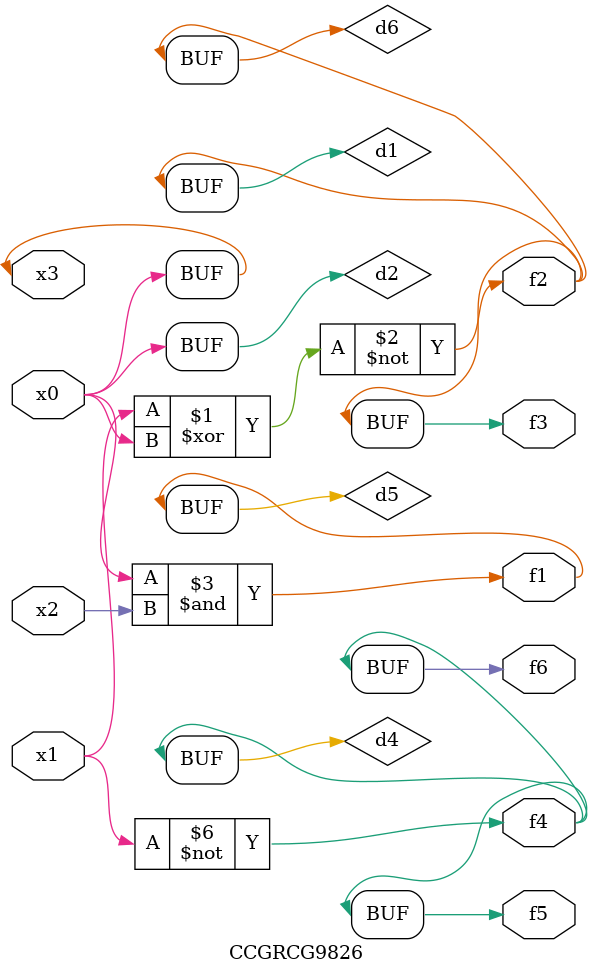
<source format=v>
module CCGRCG9826(
	input x0, x1, x2, x3,
	output f1, f2, f3, f4, f5, f6
);

	wire d1, d2, d3, d4, d5, d6;

	xnor (d1, x1, x3);
	buf (d2, x0, x3);
	nand (d3, x0, x2);
	not (d4, x1);
	nand (d5, d3);
	or (d6, d1);
	assign f1 = d5;
	assign f2 = d6;
	assign f3 = d6;
	assign f4 = d4;
	assign f5 = d4;
	assign f6 = d4;
endmodule

</source>
